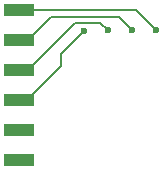
<source format=gbr>
%TF.GenerationSoftware,KiCad,Pcbnew,(5.1.10)-1*%
%TF.CreationDate,2021-08-11T02:19:35+08:00*%
%TF.ProjectId,Pmod-8led,506d6f64-2d38-46c6-9564-2e6b69636164,rev?*%
%TF.SameCoordinates,Original*%
%TF.FileFunction,Copper,L2,Bot*%
%TF.FilePolarity,Positive*%
%FSLAX46Y46*%
G04 Gerber Fmt 4.6, Leading zero omitted, Abs format (unit mm)*
G04 Created by KiCad (PCBNEW (5.1.10)-1) date 2021-08-11 02:19:35*
%MOMM*%
%LPD*%
G01*
G04 APERTURE LIST*
%TA.AperFunction,SMDPad,CuDef*%
%ADD10R,2.500000X1.000000*%
%TD*%
%TA.AperFunction,ViaPad*%
%ADD11C,0.600000*%
%TD*%
%TA.AperFunction,Conductor*%
%ADD12C,0.200000*%
%TD*%
G04 APERTURE END LIST*
D10*
%TO.P,PMOD0,7*%
%TO.N,IO4*%
X148596100Y-97409000D03*
%TO.P,PMOD0,8*%
%TO.N,IO5*%
X148596100Y-99949000D03*
%TO.P,PMOD0,9*%
%TO.N,IO6*%
X148596100Y-102489000D03*
%TO.P,PMOD0,10*%
%TO.N,IO7*%
X148596100Y-105029000D03*
%TO.P,PMOD0,11*%
%TO.N,GND*%
X148596100Y-107569000D03*
%TO.P,PMOD0,12*%
%TO.N,+3V3*%
X148596100Y-110109000D03*
%TD*%
D11*
%TO.N,IO7*%
X154165415Y-99169868D03*
%TO.N,IO6*%
X156171898Y-99123502D03*
%TO.N,IO5*%
X158216599Y-99110801D03*
%TO.N,IO4*%
X160210500Y-99123500D03*
%TD*%
D12*
%TO.N,IO7*%
X149326600Y-105029000D02*
X148596100Y-105029000D01*
X152222200Y-102133400D02*
X149326600Y-105029000D01*
X152222200Y-101113083D02*
X152222200Y-102133400D01*
X154165415Y-99169868D02*
X152222200Y-101113083D01*
%TO.N,IO6*%
X155518263Y-98469867D02*
X156171898Y-99123502D01*
X153371133Y-98469867D02*
X155518263Y-98469867D01*
X149352000Y-102489000D02*
X153371133Y-98469867D01*
X148596100Y-102489000D02*
X149352000Y-102489000D01*
%TO.N,IO5*%
X157073598Y-97967800D02*
X158216599Y-99110801D01*
X149352000Y-99949000D02*
X151333200Y-97967800D01*
X151333200Y-97967800D02*
X157073598Y-97967800D01*
X148596100Y-99949000D02*
X149352000Y-99949000D01*
%TO.N,IO4*%
X148596100Y-97409000D02*
X158496000Y-97409000D01*
X158496000Y-97409000D02*
X160210500Y-99123500D01*
%TD*%
M02*

</source>
